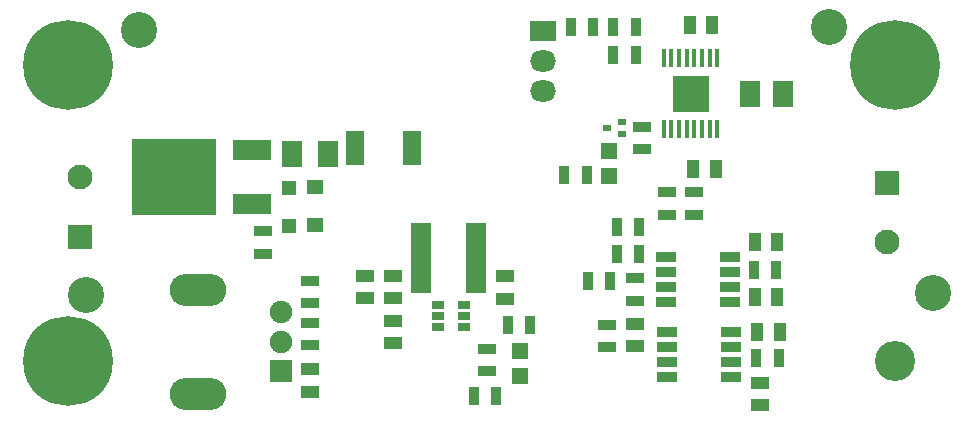
<source format=gts>
G04*
G04 #@! TF.GenerationSoftware,Altium Limited,Altium Designer,20.2.4 (192)*
G04*
G04 Layer_Color=8388736*
%FSLAX44Y44*%
%MOMM*%
G71*
G04*
G04 #@! TF.SameCoordinates,784D42F2-C5A6-4340-B429-8165139C0F3B*
G04*
G04*
G04 #@! TF.FilePolarity,Negative*
G04*
G01*
G75*
%ADD16R,1.2000X1.2000*%
%ADD32R,0.3548X1.5533*%
%ADD34R,1.4000X1.4000*%
%ADD35R,1.1000X1.5000*%
%ADD36R,1.5000X1.1000*%
%ADD37R,1.5000X0.9000*%
%ADD38R,0.9000X1.5000*%
%ADD39R,1.7000X2.2000*%
%ADD40R,1.5000X3.0000*%
%ADD41R,3.3000X1.8000*%
%ADD42R,7.1000X6.5500*%
%ADD43R,1.7494X0.8096*%
%ADD44R,0.7100X0.6000*%
%ADD45R,1.0508X0.7508*%
%ADD46R,1.7200X2.2300*%
%ADD47C,3.0480*%
%ADD48R,1.8000X5.9000*%
%ADD49R,1.4500X1.1500*%
%ADD50R,3.0988X3.0988*%
%ADD51C,2.1000*%
%ADD52R,2.1000X2.1000*%
%ADD53O,2.2000X1.8000*%
%ADD54R,2.2000X1.8000*%
%ADD55C,7.6000*%
%ADD56O,4.8000X2.7000*%
%ADD57C,1.9000*%
%ADD58R,1.9000X1.9000*%
%ADD59C,3.4000*%
D16*
X237000Y164250D02*
D03*
Y195750D02*
D03*
D32*
X599750Y306245D02*
D03*
X593250D02*
D03*
X586750D02*
D03*
X580250D02*
D03*
X573750D02*
D03*
X567250D02*
D03*
X560750D02*
D03*
X554250D02*
D03*
Y245755D02*
D03*
X560750D02*
D03*
X567250D02*
D03*
X573750D02*
D03*
X580250D02*
D03*
X586750D02*
D03*
X593250D02*
D03*
X599750D02*
D03*
D34*
X508000Y227500D02*
D03*
Y206500D02*
D03*
X432500Y37000D02*
D03*
Y58000D02*
D03*
D35*
X595500Y334000D02*
D03*
X576500D02*
D03*
X652500Y74000D02*
D03*
X633500D02*
D03*
X631500Y104000D02*
D03*
X650500D02*
D03*
X650500Y150000D02*
D03*
X631500D02*
D03*
X579500Y212000D02*
D03*
X598500D02*
D03*
D36*
X530000Y62230D02*
D03*
Y81230D02*
D03*
X636000Y31000D02*
D03*
Y12000D02*
D03*
X255000Y42500D02*
D03*
Y23500D02*
D03*
X301000Y122000D02*
D03*
Y103000D02*
D03*
X325000Y122000D02*
D03*
Y103000D02*
D03*
X325000Y64500D02*
D03*
Y83500D02*
D03*
X420000Y102500D02*
D03*
Y121500D02*
D03*
D37*
X506000Y80500D02*
D03*
Y61500D02*
D03*
X580000Y192500D02*
D03*
Y173500D02*
D03*
X557000Y173500D02*
D03*
Y192500D02*
D03*
X536000Y248000D02*
D03*
Y229000D02*
D03*
X255000Y82000D02*
D03*
Y63000D02*
D03*
X530000Y100500D02*
D03*
Y119500D02*
D03*
X255000Y98500D02*
D03*
Y117500D02*
D03*
X405000Y60000D02*
D03*
Y41000D02*
D03*
X215000Y140500D02*
D03*
Y159500D02*
D03*
D38*
X651500Y52000D02*
D03*
X632500D02*
D03*
X533500Y140000D02*
D03*
X514500D02*
D03*
X533500Y163000D02*
D03*
X514500D02*
D03*
X489000Y207000D02*
D03*
X470000D02*
D03*
X530500Y309000D02*
D03*
X511500D02*
D03*
X511500Y332000D02*
D03*
X530500D02*
D03*
X490000Y117000D02*
D03*
X509000D02*
D03*
X649500Y127000D02*
D03*
X630500D02*
D03*
X494500Y332000D02*
D03*
X475500D02*
D03*
X412500Y20000D02*
D03*
X393500D02*
D03*
X441500Y80000D02*
D03*
X422500D02*
D03*
D39*
X627300Y276000D02*
D03*
X655000D02*
D03*
D40*
X293000Y230000D02*
D03*
X341000D02*
D03*
D41*
X206000Y182140D02*
D03*
Y227860D02*
D03*
D42*
X140000Y205000D02*
D03*
D43*
X557000Y74400D02*
D03*
Y61700D02*
D03*
Y49000D02*
D03*
Y36300D02*
D03*
X611102Y74400D02*
D03*
Y61700D02*
D03*
Y49000D02*
D03*
Y36300D02*
D03*
X555949Y137550D02*
D03*
Y124850D02*
D03*
Y112150D02*
D03*
Y99450D02*
D03*
X610051Y137550D02*
D03*
Y124850D02*
D03*
Y112150D02*
D03*
Y99450D02*
D03*
D44*
X506100Y247000D02*
D03*
X519000Y252000D02*
D03*
Y242000D02*
D03*
D45*
X385000Y78000D02*
D03*
Y87500D02*
D03*
Y97000D02*
D03*
X363000Y78000D02*
D03*
Y97000D02*
D03*
Y87500D02*
D03*
D46*
X239600Y225000D02*
D03*
X270000D02*
D03*
D47*
X782220Y107548D02*
D03*
X694000Y332000D02*
D03*
X110000Y330000D02*
D03*
X65407Y105831D02*
D03*
D48*
X395500Y137000D02*
D03*
X348500D02*
D03*
D49*
X259000Y164650D02*
D03*
Y197350D02*
D03*
D50*
X577000Y276000D02*
D03*
D51*
X743000Y150000D02*
D03*
X60000Y205000D02*
D03*
D52*
X743000Y200000D02*
D03*
X60000Y155000D02*
D03*
D53*
X452000Y278600D02*
D03*
Y304000D02*
D03*
D54*
Y329400D02*
D03*
D55*
X750000Y300000D02*
D03*
X50000D02*
D03*
Y50000D02*
D03*
D56*
X160000Y110000D02*
D03*
Y22000D02*
D03*
D57*
X230000Y91000D02*
D03*
Y66000D02*
D03*
D58*
Y41000D02*
D03*
D59*
X750000Y50000D02*
D03*
M02*

</source>
